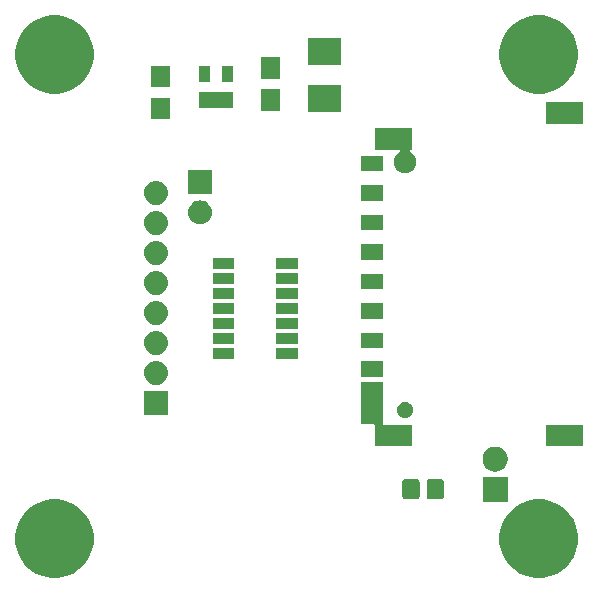
<source format=gts>
G04 #@! TF.GenerationSoftware,KiCad,Pcbnew,(5.0.2)-1*
G04 #@! TF.CreationDate,2019-11-19T12:04:31-05:00*
G04 #@! TF.ProjectId,SD_CARD_X49,53445f43-4152-4445-9f58-34392e6b6963,X1*
G04 #@! TF.SameCoordinates,Original*
G04 #@! TF.FileFunction,Soldermask,Top*
G04 #@! TF.FilePolarity,Negative*
%FSLAX46Y46*%
G04 Gerber Fmt 4.6, Leading zero omitted, Abs format (unit mm)*
G04 Created by KiCad (PCBNEW (5.0.2)-1) date 11/19/2019 12:04:31 PM*
%MOMM*%
%LPD*%
G01*
G04 APERTURE LIST*
%ADD10C,0.150000*%
G04 APERTURE END LIST*
D10*
G36*
X55970564Y-51800469D02*
X55970566Y-51800470D01*
X55970567Y-51800470D01*
X56576115Y-52051296D01*
X56576116Y-52051297D01*
X57121097Y-52415442D01*
X57584558Y-52878903D01*
X57584560Y-52878906D01*
X57948704Y-53423885D01*
X58199530Y-54029433D01*
X58327400Y-54672280D01*
X58327400Y-55327720D01*
X58199530Y-55970567D01*
X57948704Y-56576115D01*
X57948703Y-56576116D01*
X57584558Y-57121097D01*
X57121097Y-57584558D01*
X57121094Y-57584560D01*
X56576115Y-57948704D01*
X55970567Y-58199530D01*
X55970566Y-58199530D01*
X55970564Y-58199531D01*
X55327722Y-58327400D01*
X54672278Y-58327400D01*
X54029436Y-58199531D01*
X54029434Y-58199530D01*
X54029433Y-58199530D01*
X53423885Y-57948704D01*
X52878906Y-57584560D01*
X52878903Y-57584558D01*
X52415442Y-57121097D01*
X52051297Y-56576116D01*
X52051296Y-56576115D01*
X51800470Y-55970567D01*
X51672600Y-55327720D01*
X51672600Y-54672280D01*
X51800470Y-54029433D01*
X52051296Y-53423885D01*
X52415440Y-52878906D01*
X52415442Y-52878903D01*
X52878903Y-52415442D01*
X53423884Y-52051297D01*
X53423885Y-52051296D01*
X54029433Y-51800470D01*
X54029434Y-51800470D01*
X54029436Y-51800469D01*
X54672278Y-51672600D01*
X55327722Y-51672600D01*
X55970564Y-51800469D01*
X55970564Y-51800469D01*
G37*
G36*
X14970564Y-51800469D02*
X14970566Y-51800470D01*
X14970567Y-51800470D01*
X15576115Y-52051296D01*
X15576116Y-52051297D01*
X16121097Y-52415442D01*
X16584558Y-52878903D01*
X16584560Y-52878906D01*
X16948704Y-53423885D01*
X17199530Y-54029433D01*
X17327400Y-54672280D01*
X17327400Y-55327720D01*
X17199530Y-55970567D01*
X16948704Y-56576115D01*
X16948703Y-56576116D01*
X16584558Y-57121097D01*
X16121097Y-57584558D01*
X16121094Y-57584560D01*
X15576115Y-57948704D01*
X14970567Y-58199530D01*
X14970566Y-58199530D01*
X14970564Y-58199531D01*
X14327722Y-58327400D01*
X13672278Y-58327400D01*
X13029436Y-58199531D01*
X13029434Y-58199530D01*
X13029433Y-58199530D01*
X12423885Y-57948704D01*
X11878906Y-57584560D01*
X11878903Y-57584558D01*
X11415442Y-57121097D01*
X11051297Y-56576116D01*
X11051296Y-56576115D01*
X10800470Y-55970567D01*
X10672600Y-55327720D01*
X10672600Y-54672280D01*
X10800470Y-54029433D01*
X11051296Y-53423885D01*
X11415440Y-52878906D01*
X11415442Y-52878903D01*
X11878903Y-52415442D01*
X12423884Y-52051297D01*
X12423885Y-52051296D01*
X13029433Y-51800470D01*
X13029434Y-51800470D01*
X13029436Y-51800469D01*
X13672278Y-51672600D01*
X14327722Y-51672600D01*
X14970564Y-51800469D01*
X14970564Y-51800469D01*
G37*
G36*
X52360400Y-51852400D02*
X50255600Y-51852400D01*
X50255600Y-49747600D01*
X52360400Y-49747600D01*
X52360400Y-51852400D01*
X52360400Y-51852400D01*
G37*
G36*
X44716591Y-49952912D02*
X44762549Y-49966854D01*
X44804907Y-49989495D01*
X44842035Y-50019965D01*
X44872505Y-50057093D01*
X44895146Y-50099451D01*
X44909088Y-50145409D01*
X44914400Y-50199348D01*
X44914400Y-51400652D01*
X44909088Y-51454591D01*
X44895146Y-51500549D01*
X44872505Y-51542907D01*
X44842035Y-51580035D01*
X44804907Y-51610505D01*
X44762549Y-51633146D01*
X44716591Y-51647088D01*
X44662652Y-51652400D01*
X43711348Y-51652400D01*
X43657409Y-51647088D01*
X43611451Y-51633146D01*
X43569093Y-51610505D01*
X43531965Y-51580035D01*
X43501495Y-51542907D01*
X43478854Y-51500549D01*
X43464912Y-51454591D01*
X43459600Y-51400652D01*
X43459600Y-50199348D01*
X43464912Y-50145409D01*
X43478854Y-50099451D01*
X43501495Y-50057093D01*
X43531965Y-50019965D01*
X43569093Y-49989495D01*
X43611451Y-49966854D01*
X43657409Y-49952912D01*
X43711348Y-49947600D01*
X44662652Y-49947600D01*
X44716591Y-49952912D01*
X44716591Y-49952912D01*
G37*
G36*
X46766591Y-49952912D02*
X46812549Y-49966854D01*
X46854907Y-49989495D01*
X46892035Y-50019965D01*
X46922505Y-50057093D01*
X46945146Y-50099451D01*
X46959088Y-50145409D01*
X46964400Y-50199348D01*
X46964400Y-51400652D01*
X46959088Y-51454591D01*
X46945146Y-51500549D01*
X46922505Y-51542907D01*
X46892035Y-51580035D01*
X46854907Y-51610505D01*
X46812549Y-51633146D01*
X46766591Y-51647088D01*
X46712652Y-51652400D01*
X45761348Y-51652400D01*
X45707409Y-51647088D01*
X45661451Y-51633146D01*
X45619093Y-51610505D01*
X45581965Y-51580035D01*
X45551495Y-51542907D01*
X45528854Y-51500549D01*
X45514912Y-51454591D01*
X45509600Y-51400652D01*
X45509600Y-50199348D01*
X45514912Y-50145409D01*
X45528854Y-50099451D01*
X45551495Y-50057093D01*
X45581965Y-50019965D01*
X45619093Y-49989495D01*
X45661451Y-49966854D01*
X45707409Y-49952912D01*
X45761348Y-49947600D01*
X46712652Y-49947600D01*
X46766591Y-49952912D01*
X46766591Y-49952912D01*
G37*
G36*
X51492981Y-47223777D02*
X51614974Y-47248043D01*
X51806498Y-47327375D01*
X51806499Y-47327376D01*
X51978869Y-47442550D01*
X52125450Y-47589131D01*
X52125452Y-47589134D01*
X52240625Y-47761502D01*
X52319957Y-47953026D01*
X52360400Y-48156348D01*
X52360400Y-48363652D01*
X52319957Y-48566974D01*
X52240625Y-48758498D01*
X52240624Y-48758499D01*
X52125450Y-48930869D01*
X51978869Y-49077450D01*
X51978866Y-49077452D01*
X51806498Y-49192625D01*
X51614974Y-49271957D01*
X51492981Y-49296223D01*
X51411654Y-49312400D01*
X51204346Y-49312400D01*
X51123019Y-49296223D01*
X51001026Y-49271957D01*
X50809502Y-49192625D01*
X50637134Y-49077452D01*
X50637131Y-49077450D01*
X50490550Y-48930869D01*
X50375376Y-48758499D01*
X50375375Y-48758498D01*
X50296043Y-48566974D01*
X50255600Y-48363652D01*
X50255600Y-48156348D01*
X50296043Y-47953026D01*
X50375375Y-47761502D01*
X50490548Y-47589134D01*
X50490550Y-47589131D01*
X50637131Y-47442550D01*
X50809501Y-47327376D01*
X50809502Y-47327375D01*
X51001026Y-47248043D01*
X51123019Y-47223777D01*
X51204346Y-47207600D01*
X51411654Y-47207600D01*
X51492981Y-47223777D01*
X51492981Y-47223777D01*
G37*
G36*
X41790400Y-45229600D02*
X41792802Y-45253986D01*
X41799915Y-45277435D01*
X41811466Y-45299046D01*
X41827012Y-45317988D01*
X41845954Y-45333534D01*
X41867565Y-45345085D01*
X41891014Y-45352198D01*
X41915400Y-45354600D01*
X44240400Y-45354600D01*
X44240400Y-47159400D01*
X41135600Y-47159400D01*
X41135600Y-45454400D01*
X41133198Y-45430014D01*
X41126085Y-45406565D01*
X41114534Y-45384954D01*
X41098988Y-45366012D01*
X41080046Y-45350466D01*
X41058435Y-45338915D01*
X41034986Y-45331802D01*
X41010600Y-45329400D01*
X39985600Y-45329400D01*
X39985600Y-41694600D01*
X41790400Y-41694600D01*
X41790400Y-45229600D01*
X41790400Y-45229600D01*
G37*
G36*
X58740400Y-47159400D02*
X55635600Y-47159400D01*
X55635600Y-45354600D01*
X58740400Y-45354600D01*
X58740400Y-47159400D01*
X58740400Y-47159400D01*
G37*
G36*
X43892883Y-43431592D02*
X44020711Y-43484541D01*
X44135754Y-43561410D01*
X44233590Y-43659246D01*
X44310459Y-43774289D01*
X44363408Y-43902117D01*
X44390400Y-44037820D01*
X44390400Y-44176180D01*
X44363408Y-44311883D01*
X44310459Y-44439711D01*
X44233590Y-44554754D01*
X44135754Y-44652590D01*
X44020711Y-44729459D01*
X43892883Y-44782408D01*
X43757180Y-44809400D01*
X43618820Y-44809400D01*
X43483117Y-44782408D01*
X43355289Y-44729459D01*
X43240246Y-44652590D01*
X43142410Y-44554754D01*
X43065541Y-44439711D01*
X43012592Y-44311883D01*
X42985600Y-44176180D01*
X42985600Y-44037820D01*
X43012592Y-43902117D01*
X43065541Y-43774289D01*
X43142410Y-43659246D01*
X43240246Y-43561410D01*
X43355289Y-43484541D01*
X43483117Y-43431592D01*
X43618820Y-43404600D01*
X43757180Y-43404600D01*
X43892883Y-43431592D01*
X43892883Y-43431592D01*
G37*
G36*
X23602400Y-44502400D02*
X21597600Y-44502400D01*
X21597600Y-42497600D01*
X23602400Y-42497600D01*
X23602400Y-44502400D01*
X23602400Y-44502400D01*
G37*
G36*
X22796501Y-39972103D02*
X22796504Y-39972104D01*
X22796505Y-39972104D01*
X22985458Y-40029422D01*
X22985460Y-40029423D01*
X22985463Y-40029424D01*
X23159595Y-40122499D01*
X23312233Y-40247767D01*
X23437501Y-40400405D01*
X23530576Y-40574537D01*
X23587897Y-40763499D01*
X23607250Y-40960000D01*
X23587897Y-41156501D01*
X23530576Y-41345463D01*
X23437501Y-41519595D01*
X23312233Y-41672233D01*
X23159595Y-41797501D01*
X22985463Y-41890576D01*
X22985460Y-41890577D01*
X22985458Y-41890578D01*
X22796505Y-41947896D01*
X22796504Y-41947896D01*
X22796501Y-41947897D01*
X22649247Y-41962400D01*
X22550753Y-41962400D01*
X22403499Y-41947897D01*
X22403496Y-41947896D01*
X22403495Y-41947896D01*
X22214542Y-41890578D01*
X22214540Y-41890577D01*
X22214537Y-41890576D01*
X22040405Y-41797501D01*
X21887767Y-41672233D01*
X21762499Y-41519595D01*
X21669424Y-41345463D01*
X21612103Y-41156501D01*
X21592750Y-40960000D01*
X21612103Y-40763499D01*
X21669424Y-40574537D01*
X21762499Y-40400405D01*
X21887767Y-40247767D01*
X22040405Y-40122499D01*
X22214537Y-40029424D01*
X22214540Y-40029423D01*
X22214542Y-40029422D01*
X22403495Y-39972104D01*
X22403496Y-39972104D01*
X22403499Y-39972103D01*
X22550753Y-39957600D01*
X22649247Y-39957600D01*
X22796501Y-39972103D01*
X22796501Y-39972103D01*
G37*
G36*
X41790400Y-41299400D02*
X39985600Y-41299400D01*
X39985600Y-39994600D01*
X41790400Y-39994600D01*
X41790400Y-41299400D01*
X41790400Y-41299400D01*
G37*
G36*
X34602400Y-39762400D02*
X32797600Y-39762400D01*
X32797600Y-38857600D01*
X34602400Y-38857600D01*
X34602400Y-39762400D01*
X34602400Y-39762400D01*
G37*
G36*
X29202400Y-39762400D02*
X27397600Y-39762400D01*
X27397600Y-38857600D01*
X29202400Y-38857600D01*
X29202400Y-39762400D01*
X29202400Y-39762400D01*
G37*
G36*
X22796501Y-37432103D02*
X22796504Y-37432104D01*
X22796505Y-37432104D01*
X22985458Y-37489422D01*
X22985460Y-37489423D01*
X22985463Y-37489424D01*
X23159595Y-37582499D01*
X23312233Y-37707767D01*
X23437501Y-37860405D01*
X23530576Y-38034537D01*
X23587897Y-38223499D01*
X23607250Y-38420000D01*
X23587897Y-38616501D01*
X23530576Y-38805463D01*
X23437501Y-38979595D01*
X23312233Y-39132233D01*
X23159595Y-39257501D01*
X22985463Y-39350576D01*
X22985460Y-39350577D01*
X22985458Y-39350578D01*
X22796505Y-39407896D01*
X22796504Y-39407896D01*
X22796501Y-39407897D01*
X22649247Y-39422400D01*
X22550753Y-39422400D01*
X22403499Y-39407897D01*
X22403496Y-39407896D01*
X22403495Y-39407896D01*
X22214542Y-39350578D01*
X22214540Y-39350577D01*
X22214537Y-39350576D01*
X22040405Y-39257501D01*
X21887767Y-39132233D01*
X21762499Y-38979595D01*
X21669424Y-38805463D01*
X21612103Y-38616501D01*
X21592750Y-38420000D01*
X21612103Y-38223499D01*
X21669424Y-38034537D01*
X21762499Y-37860405D01*
X21887767Y-37707767D01*
X22040405Y-37582499D01*
X22214537Y-37489424D01*
X22214540Y-37489423D01*
X22214542Y-37489422D01*
X22403495Y-37432104D01*
X22403496Y-37432104D01*
X22403499Y-37432103D01*
X22550753Y-37417600D01*
X22649247Y-37417600D01*
X22796501Y-37432103D01*
X22796501Y-37432103D01*
G37*
G36*
X41790400Y-38879400D02*
X39985600Y-38879400D01*
X39985600Y-37574600D01*
X41790400Y-37574600D01*
X41790400Y-38879400D01*
X41790400Y-38879400D01*
G37*
G36*
X29202400Y-38492400D02*
X27397600Y-38492400D01*
X27397600Y-37587600D01*
X29202400Y-37587600D01*
X29202400Y-38492400D01*
X29202400Y-38492400D01*
G37*
G36*
X34602400Y-38492400D02*
X32797600Y-38492400D01*
X32797600Y-37587600D01*
X34602400Y-37587600D01*
X34602400Y-38492400D01*
X34602400Y-38492400D01*
G37*
G36*
X29202400Y-37222400D02*
X27397600Y-37222400D01*
X27397600Y-36317600D01*
X29202400Y-36317600D01*
X29202400Y-37222400D01*
X29202400Y-37222400D01*
G37*
G36*
X34602400Y-37222400D02*
X32797600Y-37222400D01*
X32797600Y-36317600D01*
X34602400Y-36317600D01*
X34602400Y-37222400D01*
X34602400Y-37222400D01*
G37*
G36*
X22796501Y-34892103D02*
X22796504Y-34892104D01*
X22796505Y-34892104D01*
X22985458Y-34949422D01*
X22985460Y-34949423D01*
X22985463Y-34949424D01*
X23159595Y-35042499D01*
X23312233Y-35167767D01*
X23437501Y-35320405D01*
X23530576Y-35494537D01*
X23587897Y-35683499D01*
X23607250Y-35880000D01*
X23587897Y-36076501D01*
X23530576Y-36265463D01*
X23437501Y-36439595D01*
X23312233Y-36592233D01*
X23159595Y-36717501D01*
X22985463Y-36810576D01*
X22985460Y-36810577D01*
X22985458Y-36810578D01*
X22796505Y-36867896D01*
X22796504Y-36867896D01*
X22796501Y-36867897D01*
X22649247Y-36882400D01*
X22550753Y-36882400D01*
X22403499Y-36867897D01*
X22403496Y-36867896D01*
X22403495Y-36867896D01*
X22214542Y-36810578D01*
X22214540Y-36810577D01*
X22214537Y-36810576D01*
X22040405Y-36717501D01*
X21887767Y-36592233D01*
X21762499Y-36439595D01*
X21669424Y-36265463D01*
X21612103Y-36076501D01*
X21592750Y-35880000D01*
X21612103Y-35683499D01*
X21669424Y-35494537D01*
X21762499Y-35320405D01*
X21887767Y-35167767D01*
X22040405Y-35042499D01*
X22214537Y-34949424D01*
X22214540Y-34949423D01*
X22214542Y-34949422D01*
X22403495Y-34892104D01*
X22403496Y-34892104D01*
X22403499Y-34892103D01*
X22550753Y-34877600D01*
X22649247Y-34877600D01*
X22796501Y-34892103D01*
X22796501Y-34892103D01*
G37*
G36*
X41790400Y-36379400D02*
X39985600Y-36379400D01*
X39985600Y-35074600D01*
X41790400Y-35074600D01*
X41790400Y-36379400D01*
X41790400Y-36379400D01*
G37*
G36*
X34602400Y-35952400D02*
X32797600Y-35952400D01*
X32797600Y-35047600D01*
X34602400Y-35047600D01*
X34602400Y-35952400D01*
X34602400Y-35952400D01*
G37*
G36*
X29202400Y-35952400D02*
X27397600Y-35952400D01*
X27397600Y-35047600D01*
X29202400Y-35047600D01*
X29202400Y-35952400D01*
X29202400Y-35952400D01*
G37*
G36*
X29202400Y-34682400D02*
X27397600Y-34682400D01*
X27397600Y-33777600D01*
X29202400Y-33777600D01*
X29202400Y-34682400D01*
X29202400Y-34682400D01*
G37*
G36*
X34602400Y-34682400D02*
X32797600Y-34682400D01*
X32797600Y-33777600D01*
X34602400Y-33777600D01*
X34602400Y-34682400D01*
X34602400Y-34682400D01*
G37*
G36*
X22796501Y-32352103D02*
X22796504Y-32352104D01*
X22796505Y-32352104D01*
X22985458Y-32409422D01*
X22985460Y-32409423D01*
X22985463Y-32409424D01*
X23159595Y-32502499D01*
X23312233Y-32627767D01*
X23437501Y-32780405D01*
X23530576Y-32954537D01*
X23587897Y-33143499D01*
X23607250Y-33340000D01*
X23587897Y-33536501D01*
X23530576Y-33725463D01*
X23437501Y-33899595D01*
X23312233Y-34052233D01*
X23159595Y-34177501D01*
X22985463Y-34270576D01*
X22985460Y-34270577D01*
X22985458Y-34270578D01*
X22796505Y-34327896D01*
X22796504Y-34327896D01*
X22796501Y-34327897D01*
X22649247Y-34342400D01*
X22550753Y-34342400D01*
X22403499Y-34327897D01*
X22403496Y-34327896D01*
X22403495Y-34327896D01*
X22214542Y-34270578D01*
X22214540Y-34270577D01*
X22214537Y-34270576D01*
X22040405Y-34177501D01*
X21887767Y-34052233D01*
X21762499Y-33899595D01*
X21669424Y-33725463D01*
X21612103Y-33536501D01*
X21592750Y-33340000D01*
X21612103Y-33143499D01*
X21669424Y-32954537D01*
X21762499Y-32780405D01*
X21887767Y-32627767D01*
X22040405Y-32502499D01*
X22214537Y-32409424D01*
X22214540Y-32409423D01*
X22214542Y-32409422D01*
X22403495Y-32352104D01*
X22403496Y-32352104D01*
X22403499Y-32352103D01*
X22550753Y-32337600D01*
X22649247Y-32337600D01*
X22796501Y-32352103D01*
X22796501Y-32352103D01*
G37*
G36*
X41790400Y-33879400D02*
X39985600Y-33879400D01*
X39985600Y-32574600D01*
X41790400Y-32574600D01*
X41790400Y-33879400D01*
X41790400Y-33879400D01*
G37*
G36*
X29202400Y-33412400D02*
X27397600Y-33412400D01*
X27397600Y-32507600D01*
X29202400Y-32507600D01*
X29202400Y-33412400D01*
X29202400Y-33412400D01*
G37*
G36*
X34602400Y-33412400D02*
X32797600Y-33412400D01*
X32797600Y-32507600D01*
X34602400Y-32507600D01*
X34602400Y-33412400D01*
X34602400Y-33412400D01*
G37*
G36*
X34602400Y-32142400D02*
X32797600Y-32142400D01*
X32797600Y-31237600D01*
X34602400Y-31237600D01*
X34602400Y-32142400D01*
X34602400Y-32142400D01*
G37*
G36*
X29202400Y-32142400D02*
X27397600Y-32142400D01*
X27397600Y-31237600D01*
X29202400Y-31237600D01*
X29202400Y-32142400D01*
X29202400Y-32142400D01*
G37*
G36*
X22796501Y-29812103D02*
X22796504Y-29812104D01*
X22796505Y-29812104D01*
X22985458Y-29869422D01*
X22985460Y-29869423D01*
X22985463Y-29869424D01*
X23159595Y-29962499D01*
X23312233Y-30087767D01*
X23437501Y-30240405D01*
X23530576Y-30414537D01*
X23587897Y-30603499D01*
X23607250Y-30800000D01*
X23587897Y-30996501D01*
X23530576Y-31185463D01*
X23437501Y-31359595D01*
X23312233Y-31512233D01*
X23159595Y-31637501D01*
X22985463Y-31730576D01*
X22985460Y-31730577D01*
X22985458Y-31730578D01*
X22796505Y-31787896D01*
X22796504Y-31787896D01*
X22796501Y-31787897D01*
X22649247Y-31802400D01*
X22550753Y-31802400D01*
X22403499Y-31787897D01*
X22403496Y-31787896D01*
X22403495Y-31787896D01*
X22214542Y-31730578D01*
X22214540Y-31730577D01*
X22214537Y-31730576D01*
X22040405Y-31637501D01*
X21887767Y-31512233D01*
X21762499Y-31359595D01*
X21669424Y-31185463D01*
X21612103Y-30996501D01*
X21592750Y-30800000D01*
X21612103Y-30603499D01*
X21669424Y-30414537D01*
X21762499Y-30240405D01*
X21887767Y-30087767D01*
X22040405Y-29962499D01*
X22214537Y-29869424D01*
X22214540Y-29869423D01*
X22214542Y-29869422D01*
X22403495Y-29812104D01*
X22403496Y-29812104D01*
X22403499Y-29812103D01*
X22550753Y-29797600D01*
X22649247Y-29797600D01*
X22796501Y-29812103D01*
X22796501Y-29812103D01*
G37*
G36*
X41790400Y-31379400D02*
X39985600Y-31379400D01*
X39985600Y-30074600D01*
X41790400Y-30074600D01*
X41790400Y-31379400D01*
X41790400Y-31379400D01*
G37*
G36*
X22796501Y-27272103D02*
X22796504Y-27272104D01*
X22796505Y-27272104D01*
X22985458Y-27329422D01*
X22985460Y-27329423D01*
X22985463Y-27329424D01*
X23159595Y-27422499D01*
X23312233Y-27547767D01*
X23437501Y-27700405D01*
X23530576Y-27874537D01*
X23530577Y-27874540D01*
X23530578Y-27874542D01*
X23587896Y-28063495D01*
X23587897Y-28063499D01*
X23607250Y-28260000D01*
X23587897Y-28456501D01*
X23530576Y-28645463D01*
X23437501Y-28819595D01*
X23312233Y-28972233D01*
X23159595Y-29097501D01*
X22985463Y-29190576D01*
X22985460Y-29190577D01*
X22985458Y-29190578D01*
X22796505Y-29247896D01*
X22796504Y-29247896D01*
X22796501Y-29247897D01*
X22649247Y-29262400D01*
X22550753Y-29262400D01*
X22403499Y-29247897D01*
X22403496Y-29247896D01*
X22403495Y-29247896D01*
X22214542Y-29190578D01*
X22214540Y-29190577D01*
X22214537Y-29190576D01*
X22040405Y-29097501D01*
X21887767Y-28972233D01*
X21762499Y-28819595D01*
X21669424Y-28645463D01*
X21612103Y-28456501D01*
X21592750Y-28260000D01*
X21612103Y-28063499D01*
X21612104Y-28063495D01*
X21669422Y-27874542D01*
X21669423Y-27874540D01*
X21669424Y-27874537D01*
X21762499Y-27700405D01*
X21887767Y-27547767D01*
X22040405Y-27422499D01*
X22214537Y-27329424D01*
X22214540Y-27329423D01*
X22214542Y-27329422D01*
X22403495Y-27272104D01*
X22403496Y-27272104D01*
X22403499Y-27272103D01*
X22550753Y-27257600D01*
X22649247Y-27257600D01*
X22796501Y-27272103D01*
X22796501Y-27272103D01*
G37*
G36*
X41790400Y-28879400D02*
X39985600Y-28879400D01*
X39985600Y-27574600D01*
X41790400Y-27574600D01*
X41790400Y-28879400D01*
X41790400Y-28879400D01*
G37*
G36*
X26521502Y-26377104D02*
X26521505Y-26377105D01*
X26521506Y-26377105D01*
X26710459Y-26434423D01*
X26710461Y-26434424D01*
X26710464Y-26434425D01*
X26884596Y-26527500D01*
X27037234Y-26652768D01*
X27162502Y-26805406D01*
X27255577Y-26979538D01*
X27312898Y-27168500D01*
X27332251Y-27365001D01*
X27312898Y-27561502D01*
X27312897Y-27561505D01*
X27312897Y-27561506D01*
X27270763Y-27700405D01*
X27255577Y-27750464D01*
X27162502Y-27924596D01*
X27037234Y-28077234D01*
X26884596Y-28202502D01*
X26710464Y-28295577D01*
X26710461Y-28295578D01*
X26710459Y-28295579D01*
X26521506Y-28352897D01*
X26521505Y-28352897D01*
X26521502Y-28352898D01*
X26374248Y-28367401D01*
X26275754Y-28367401D01*
X26128500Y-28352898D01*
X26128497Y-28352897D01*
X26128496Y-28352897D01*
X25939543Y-28295579D01*
X25939541Y-28295578D01*
X25939538Y-28295577D01*
X25765406Y-28202502D01*
X25612768Y-28077234D01*
X25487500Y-27924596D01*
X25394425Y-27750464D01*
X25379240Y-27700405D01*
X25337105Y-27561506D01*
X25337105Y-27561505D01*
X25337104Y-27561502D01*
X25317751Y-27365001D01*
X25337104Y-27168500D01*
X25394425Y-26979538D01*
X25487500Y-26805406D01*
X25612768Y-26652768D01*
X25765406Y-26527500D01*
X25939538Y-26434425D01*
X25939541Y-26434424D01*
X25939543Y-26434423D01*
X26128496Y-26377105D01*
X26128497Y-26377105D01*
X26128500Y-26377104D01*
X26275754Y-26362601D01*
X26374248Y-26362601D01*
X26521502Y-26377104D01*
X26521502Y-26377104D01*
G37*
G36*
X22796501Y-24732103D02*
X22796504Y-24732104D01*
X22796505Y-24732104D01*
X22985458Y-24789422D01*
X22985460Y-24789423D01*
X22985463Y-24789424D01*
X23159595Y-24882499D01*
X23312233Y-25007767D01*
X23437501Y-25160405D01*
X23530576Y-25334537D01*
X23587897Y-25523499D01*
X23607250Y-25720000D01*
X23587897Y-25916501D01*
X23530576Y-26105463D01*
X23437501Y-26279595D01*
X23312233Y-26432233D01*
X23159595Y-26557501D01*
X22985463Y-26650576D01*
X22985460Y-26650577D01*
X22985458Y-26650578D01*
X22796505Y-26707896D01*
X22796504Y-26707896D01*
X22796501Y-26707897D01*
X22649247Y-26722400D01*
X22550753Y-26722400D01*
X22403499Y-26707897D01*
X22403496Y-26707896D01*
X22403495Y-26707896D01*
X22214542Y-26650578D01*
X22214540Y-26650577D01*
X22214537Y-26650576D01*
X22040405Y-26557501D01*
X21887767Y-26432233D01*
X21762499Y-26279595D01*
X21669424Y-26105463D01*
X21612103Y-25916501D01*
X21592750Y-25720000D01*
X21612103Y-25523499D01*
X21669424Y-25334537D01*
X21762499Y-25160405D01*
X21887767Y-25007767D01*
X22040405Y-24882499D01*
X22214537Y-24789424D01*
X22214540Y-24789423D01*
X22214542Y-24789422D01*
X22403495Y-24732104D01*
X22403496Y-24732104D01*
X22403499Y-24732103D01*
X22550753Y-24717600D01*
X22649247Y-24717600D01*
X22796501Y-24732103D01*
X22796501Y-24732103D01*
G37*
G36*
X41790400Y-26379400D02*
X39985600Y-26379400D01*
X39985600Y-25074600D01*
X41790400Y-25074600D01*
X41790400Y-26379400D01*
X41790400Y-26379400D01*
G37*
G36*
X27327401Y-25827401D02*
X25322601Y-25827401D01*
X25322601Y-23822601D01*
X27327401Y-23822601D01*
X27327401Y-25827401D01*
X27327401Y-25827401D01*
G37*
G36*
X44240400Y-22060001D02*
X44222113Y-22061802D01*
X44198664Y-22068915D01*
X44177053Y-22080466D01*
X44158111Y-22096012D01*
X44142565Y-22114954D01*
X44131014Y-22136565D01*
X44123901Y-22160014D01*
X44121499Y-22184400D01*
X44123901Y-22208786D01*
X44131014Y-22232235D01*
X44142565Y-22253846D01*
X44158111Y-22272788D01*
X44177049Y-22288331D01*
X44294144Y-22366572D01*
X44295122Y-22367225D01*
X44427775Y-22499878D01*
X44427777Y-22499881D01*
X44532006Y-22655870D01*
X44603800Y-22829195D01*
X44640400Y-23013197D01*
X44640400Y-23200803D01*
X44603800Y-23384805D01*
X44532006Y-23558130D01*
X44532005Y-23558131D01*
X44427775Y-23714122D01*
X44295122Y-23846775D01*
X44295119Y-23846777D01*
X44139130Y-23951006D01*
X43965805Y-24022800D01*
X43855404Y-24044760D01*
X43781805Y-24059400D01*
X43594195Y-24059400D01*
X43520596Y-24044760D01*
X43410195Y-24022800D01*
X43236870Y-23951006D01*
X43080881Y-23846777D01*
X43080878Y-23846775D01*
X42948225Y-23714122D01*
X42843995Y-23558131D01*
X42843994Y-23558130D01*
X42772200Y-23384805D01*
X42735600Y-23200803D01*
X42735600Y-23013197D01*
X42772200Y-22829195D01*
X42843994Y-22655870D01*
X42948223Y-22499881D01*
X42948225Y-22499878D01*
X43080878Y-22367225D01*
X43081856Y-22366572D01*
X43198951Y-22288331D01*
X43217889Y-22272789D01*
X43233435Y-22253846D01*
X43244986Y-22232236D01*
X43252099Y-22208787D01*
X43254501Y-22184400D01*
X43252099Y-22160014D01*
X43244986Y-22136565D01*
X43233435Y-22114954D01*
X43217890Y-22096012D01*
X43198947Y-22080466D01*
X43177337Y-22068915D01*
X43153888Y-22061802D01*
X43129501Y-22059400D01*
X41135600Y-22059400D01*
X41135600Y-20254600D01*
X44240400Y-20254600D01*
X44240400Y-22060001D01*
X44240400Y-22060001D01*
G37*
G36*
X41790400Y-23879400D02*
X39985600Y-23879400D01*
X39985600Y-22574600D01*
X41790400Y-22574600D01*
X41790400Y-23879400D01*
X41790400Y-23879400D01*
G37*
G36*
X58740400Y-19859400D02*
X55635600Y-19859400D01*
X55635600Y-18054600D01*
X58740400Y-18054600D01*
X58740400Y-19859400D01*
X58740400Y-19859400D01*
G37*
G36*
X23770400Y-19494400D02*
X22165600Y-19494400D01*
X22165600Y-17689600D01*
X23770400Y-17689600D01*
X23770400Y-19494400D01*
X23770400Y-19494400D01*
G37*
G36*
X38232400Y-18900400D02*
X35427600Y-18900400D01*
X35427600Y-16595600D01*
X38232400Y-16595600D01*
X38232400Y-18900400D01*
X38232400Y-18900400D01*
G37*
G36*
X33060400Y-18762400D02*
X31455600Y-18762400D01*
X31455600Y-16957600D01*
X33060400Y-16957600D01*
X33060400Y-18762400D01*
X33060400Y-18762400D01*
G37*
G36*
X29113400Y-18546400D02*
X26258600Y-18546400D01*
X26258600Y-17181600D01*
X29113400Y-17181600D01*
X29113400Y-18546400D01*
X29113400Y-18546400D01*
G37*
G36*
X14970564Y-10800469D02*
X14970566Y-10800470D01*
X14970567Y-10800470D01*
X15576115Y-11051296D01*
X15576116Y-11051297D01*
X16121097Y-11415442D01*
X16584558Y-11878903D01*
X16584560Y-11878906D01*
X16948704Y-12423885D01*
X17199530Y-13029433D01*
X17327400Y-13672280D01*
X17327400Y-14327720D01*
X17199530Y-14970567D01*
X16948704Y-15576115D01*
X16948703Y-15576116D01*
X16584558Y-16121097D01*
X16121097Y-16584558D01*
X16121094Y-16584560D01*
X15576115Y-16948704D01*
X14970567Y-17199530D01*
X14970566Y-17199530D01*
X14970564Y-17199531D01*
X14327722Y-17327400D01*
X13672278Y-17327400D01*
X13029436Y-17199531D01*
X13029434Y-17199530D01*
X13029433Y-17199530D01*
X12423885Y-16948704D01*
X11878906Y-16584560D01*
X11878903Y-16584558D01*
X11415442Y-16121097D01*
X11051297Y-15576116D01*
X11051296Y-15576115D01*
X10800470Y-14970567D01*
X10672600Y-14327720D01*
X10672600Y-13672280D01*
X10800470Y-13029433D01*
X11051296Y-12423885D01*
X11415440Y-11878906D01*
X11415442Y-11878903D01*
X11878903Y-11415442D01*
X12423884Y-11051297D01*
X12423885Y-11051296D01*
X13029433Y-10800470D01*
X13029434Y-10800470D01*
X13029436Y-10800469D01*
X13672278Y-10672600D01*
X14327722Y-10672600D01*
X14970564Y-10800469D01*
X14970564Y-10800469D01*
G37*
G36*
X55970564Y-10800469D02*
X55970566Y-10800470D01*
X55970567Y-10800470D01*
X56576115Y-11051296D01*
X56576116Y-11051297D01*
X57121097Y-11415442D01*
X57584558Y-11878903D01*
X57584560Y-11878906D01*
X57948704Y-12423885D01*
X58199530Y-13029433D01*
X58327400Y-13672280D01*
X58327400Y-14327720D01*
X58199530Y-14970567D01*
X57948704Y-15576115D01*
X57948703Y-15576116D01*
X57584558Y-16121097D01*
X57121097Y-16584558D01*
X57121094Y-16584560D01*
X56576115Y-16948704D01*
X55970567Y-17199530D01*
X55970566Y-17199530D01*
X55970564Y-17199531D01*
X55327722Y-17327400D01*
X54672278Y-17327400D01*
X54029436Y-17199531D01*
X54029434Y-17199530D01*
X54029433Y-17199530D01*
X53423885Y-16948704D01*
X52878906Y-16584560D01*
X52878903Y-16584558D01*
X52415442Y-16121097D01*
X52051297Y-15576116D01*
X52051296Y-15576115D01*
X51800470Y-14970567D01*
X51672600Y-14327720D01*
X51672600Y-13672280D01*
X51800470Y-13029433D01*
X52051296Y-12423885D01*
X52415440Y-11878906D01*
X52415442Y-11878903D01*
X52878903Y-11415442D01*
X53423884Y-11051297D01*
X53423885Y-11051296D01*
X54029433Y-10800470D01*
X54029434Y-10800470D01*
X54029436Y-10800469D01*
X54672278Y-10672600D01*
X55327722Y-10672600D01*
X55970564Y-10800469D01*
X55970564Y-10800469D01*
G37*
G36*
X23770400Y-16794400D02*
X22165600Y-16794400D01*
X22165600Y-14989600D01*
X23770400Y-14989600D01*
X23770400Y-16794400D01*
X23770400Y-16794400D01*
G37*
G36*
X29113400Y-16346400D02*
X28158600Y-16346400D01*
X28158600Y-14981600D01*
X29113400Y-14981600D01*
X29113400Y-16346400D01*
X29113400Y-16346400D01*
G37*
G36*
X27213400Y-16346400D02*
X26258600Y-16346400D01*
X26258600Y-14981600D01*
X27213400Y-14981600D01*
X27213400Y-16346400D01*
X27213400Y-16346400D01*
G37*
G36*
X33060400Y-16062400D02*
X31455600Y-16062400D01*
X31455600Y-14257600D01*
X33060400Y-14257600D01*
X33060400Y-16062400D01*
X33060400Y-16062400D01*
G37*
G36*
X38232400Y-14900400D02*
X35427600Y-14900400D01*
X35427600Y-12595600D01*
X38232400Y-12595600D01*
X38232400Y-14900400D01*
X38232400Y-14900400D01*
G37*
M02*

</source>
